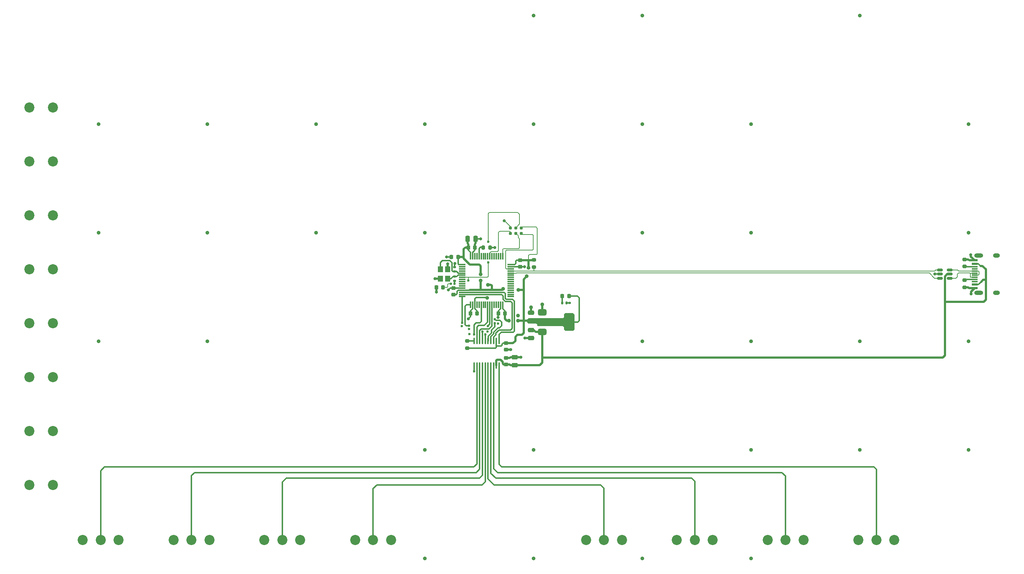
<source format=gbr>
%TF.GenerationSoftware,KiCad,Pcbnew,9.0.1*%
%TF.CreationDate,2025-06-20T14:08:42-04:00*%
%TF.ProjectId,LED-DriverPCB,4c45442d-4472-4697-9665-725043422e6b,rev?*%
%TF.SameCoordinates,Original*%
%TF.FileFunction,Copper,L1,Top*%
%TF.FilePolarity,Positive*%
%FSLAX46Y46*%
G04 Gerber Fmt 4.6, Leading zero omitted, Abs format (unit mm)*
G04 Created by KiCad (PCBNEW 9.0.1) date 2025-06-20 14:08:42*
%MOMM*%
%LPD*%
G01*
G04 APERTURE LIST*
G04 Aperture macros list*
%AMRoundRect*
0 Rectangle with rounded corners*
0 $1 Rounding radius*
0 $2 $3 $4 $5 $6 $7 $8 $9 X,Y pos of 4 corners*
0 Add a 4 corners polygon primitive as box body*
4,1,4,$2,$3,$4,$5,$6,$7,$8,$9,$2,$3,0*
0 Add four circle primitives for the rounded corners*
1,1,$1+$1,$2,$3*
1,1,$1+$1,$4,$5*
1,1,$1+$1,$6,$7*
1,1,$1+$1,$8,$9*
0 Add four rect primitives between the rounded corners*
20,1,$1+$1,$2,$3,$4,$5,0*
20,1,$1+$1,$4,$5,$6,$7,0*
20,1,$1+$1,$6,$7,$8,$9,0*
20,1,$1+$1,$8,$9,$2,$3,0*%
G04 Aperture macros list end*
%TA.AperFunction,SMDPad,CuDef*%
%ADD10RoundRect,0.135000X-0.135000X-0.185000X0.135000X-0.185000X0.135000X0.185000X-0.135000X0.185000X0*%
%TD*%
%TA.AperFunction,SMDPad,CuDef*%
%ADD11RoundRect,0.218750X-0.218750X-0.256250X0.218750X-0.256250X0.218750X0.256250X-0.218750X0.256250X0*%
%TD*%
%TA.AperFunction,ComponentPad*%
%ADD12C,2.362200*%
%TD*%
%TA.AperFunction,SMDPad,CuDef*%
%ADD13RoundRect,0.140000X0.170000X-0.140000X0.170000X0.140000X-0.170000X0.140000X-0.170000X-0.140000X0*%
%TD*%
%TA.AperFunction,SMDPad,CuDef*%
%ADD14RoundRect,0.200000X0.275000X-0.200000X0.275000X0.200000X-0.275000X0.200000X-0.275000X-0.200000X0*%
%TD*%
%TA.AperFunction,SMDPad,CuDef*%
%ADD15RoundRect,0.225000X0.225000X0.250000X-0.225000X0.250000X-0.225000X-0.250000X0.225000X-0.250000X0*%
%TD*%
%TA.AperFunction,SMDPad,CuDef*%
%ADD16RoundRect,0.250000X-0.250000X-0.475000X0.250000X-0.475000X0.250000X0.475000X-0.250000X0.475000X0*%
%TD*%
%TA.AperFunction,SMDPad,CuDef*%
%ADD17RoundRect,0.250000X0.475000X-0.250000X0.475000X0.250000X-0.475000X0.250000X-0.475000X-0.250000X0*%
%TD*%
%TA.AperFunction,SMDPad,CuDef*%
%ADD18RoundRect,0.075000X-0.700000X-0.075000X0.700000X-0.075000X0.700000X0.075000X-0.700000X0.075000X0*%
%TD*%
%TA.AperFunction,SMDPad,CuDef*%
%ADD19RoundRect,0.075000X-0.075000X-0.700000X0.075000X-0.700000X0.075000X0.700000X-0.075000X0.700000X0*%
%TD*%
%TA.AperFunction,SMDPad,CuDef*%
%ADD20RoundRect,0.375000X-0.625000X-0.375000X0.625000X-0.375000X0.625000X0.375000X-0.625000X0.375000X0*%
%TD*%
%TA.AperFunction,SMDPad,CuDef*%
%ADD21RoundRect,0.500000X-0.500000X-1.400000X0.500000X-1.400000X0.500000X1.400000X-0.500000X1.400000X0*%
%TD*%
%TA.AperFunction,ConnectorPad*%
%ADD22C,0.787400*%
%TD*%
%TA.AperFunction,SMDPad,CuDef*%
%ADD23R,1.450000X0.600000*%
%TD*%
%TA.AperFunction,SMDPad,CuDef*%
%ADD24R,1.450000X0.300000*%
%TD*%
%TA.AperFunction,HeatsinkPad*%
%ADD25O,2.100000X1.000000*%
%TD*%
%TA.AperFunction,HeatsinkPad*%
%ADD26O,1.600000X1.000000*%
%TD*%
%TA.AperFunction,SMDPad,CuDef*%
%ADD27RoundRect,0.225000X-0.250000X0.225000X-0.250000X-0.225000X0.250000X-0.225000X0.250000X0.225000X0*%
%TD*%
%TA.AperFunction,SMDPad,CuDef*%
%ADD28RoundRect,0.200000X-0.275000X0.200000X-0.275000X-0.200000X0.275000X-0.200000X0.275000X0.200000X0*%
%TD*%
%TA.AperFunction,SMDPad,CuDef*%
%ADD29RoundRect,0.225000X-0.225000X-0.250000X0.225000X-0.250000X0.225000X0.250000X-0.225000X0.250000X0*%
%TD*%
%TA.AperFunction,SMDPad,CuDef*%
%ADD30RoundRect,0.225000X0.250000X-0.225000X0.250000X0.225000X-0.250000X0.225000X-0.250000X-0.225000X0*%
%TD*%
%TA.AperFunction,SMDPad,CuDef*%
%ADD31RoundRect,0.250000X-0.475000X0.250000X-0.475000X-0.250000X0.475000X-0.250000X0.475000X0.250000X0*%
%TD*%
%TA.AperFunction,SMDPad,CuDef*%
%ADD32R,1.200000X1.400000*%
%TD*%
%TA.AperFunction,SMDPad,CuDef*%
%ADD33RoundRect,0.200000X0.200000X0.275000X-0.200000X0.275000X-0.200000X-0.275000X0.200000X-0.275000X0*%
%TD*%
%TA.AperFunction,SMDPad,CuDef*%
%ADD34RoundRect,0.140000X-0.170000X0.140000X-0.170000X-0.140000X0.170000X-0.140000X0.170000X0.140000X0*%
%TD*%
%TA.AperFunction,SMDPad,CuDef*%
%ADD35RoundRect,0.100000X-0.100000X0.637500X-0.100000X-0.637500X0.100000X-0.637500X0.100000X0.637500X0*%
%TD*%
%TA.AperFunction,SMDPad,CuDef*%
%ADD36RoundRect,0.150000X-0.512500X-0.150000X0.512500X-0.150000X0.512500X0.150000X-0.512500X0.150000X0*%
%TD*%
%TA.AperFunction,ViaPad*%
%ADD37C,0.600000*%
%TD*%
%TA.AperFunction,ViaPad*%
%ADD38C,0.900000*%
%TD*%
%TA.AperFunction,ViaPad*%
%ADD39C,0.700000*%
%TD*%
%TA.AperFunction,Conductor*%
%ADD40C,0.300000*%
%TD*%
%TA.AperFunction,Conductor*%
%ADD41C,0.500000*%
%TD*%
%TA.AperFunction,Conductor*%
%ADD42C,0.190000*%
%TD*%
%TA.AperFunction,Conductor*%
%ADD43C,0.200000*%
%TD*%
G04 APERTURE END LIST*
D10*
%TO.P,R6,1*%
%TO.N,Net-(D1-K)*%
X245669000Y-144709000D03*
%TO.P,R6,2*%
%TO.N,GND*%
X246689000Y-144709000D03*
%TD*%
D11*
%TO.P,D1,1,K*%
%TO.N,Net-(D1-K)*%
X245691500Y-143109000D03*
%TO.P,D1,2,A*%
%TO.N,+3.3V*%
X247266500Y-143109000D03*
%TD*%
D12*
%TO.P,J16,1,Pin_1*%
%TO.N,GND*%
X121250000Y-149459100D03*
%TO.P,J16,2,Pin_2*%
%TO.N,/STR5_PWR*%
X126749999Y-149459100D03*
%TD*%
%TO.P,J3,1,Pin_1*%
%TO.N,/STR3_PWR*%
X280856599Y-200140900D03*
%TO.P,J3,2,Pin_2*%
%TO.N,/STR3_DATA*%
X276656600Y-200140900D03*
%TO.P,J3,3,Pin_3*%
%TO.N,GND*%
X272456601Y-200140900D03*
%TD*%
D13*
%TO.P,C1,1*%
%TO.N,/HSE_IN*%
X220579000Y-137341000D03*
%TO.P,C1,2*%
%TO.N,GND*%
X220579000Y-136381000D03*
%TD*%
D14*
%TO.P,R4,1*%
%TO.N,+3.3V*%
X223504000Y-155278500D03*
%TO.P,R4,2*%
%TO.N,/SHIFTER_OE*%
X223504000Y-153628500D03*
%TD*%
D15*
%TO.P,C5,1*%
%TO.N,+3.3V*%
X221354000Y-133941000D03*
%TO.P,C5,2*%
%TO.N,GND*%
X219804000Y-133941000D03*
%TD*%
D16*
%TO.P,C9,1*%
%TO.N,+3.3V*%
X223579000Y-129741000D03*
%TO.P,C9,2*%
%TO.N,GND*%
X225479000Y-129741000D03*
%TD*%
D17*
%TO.P,C12,1*%
%TO.N,+3.3V*%
X238379000Y-148891000D03*
%TO.P,C12,2*%
%TO.N,GND*%
X238379000Y-146991000D03*
%TD*%
D18*
%TO.P,U1,1,VBAT*%
%TO.N,+3.3V*%
X222354000Y-135741000D03*
%TO.P,U1,2,PC13*%
%TO.N,unconnected-(U1-PC13-Pad2)*%
X222354000Y-136241000D03*
%TO.P,U1,3,PC14*%
%TO.N,unconnected-(U1-PC14-Pad3)*%
X222354000Y-136741000D03*
%TO.P,U1,4,PC15*%
%TO.N,unconnected-(U1-PC15-Pad4)*%
X222354000Y-137241000D03*
%TO.P,U1,5,PD0*%
%TO.N,/HSE_IN*%
X222354000Y-137741000D03*
%TO.P,U1,6,PD1*%
%TO.N,/HSE_OUT*%
X222354000Y-138241000D03*
%TO.P,U1,7,NRST*%
%TO.N,/SWD_NRST*%
X222354000Y-138741000D03*
%TO.P,U1,8,PC0*%
%TO.N,unconnected-(U1-PC0-Pad8)*%
X222354000Y-139241000D03*
%TO.P,U1,9,PC1*%
%TO.N,unconnected-(U1-PC1-Pad9)*%
X222354000Y-139741000D03*
%TO.P,U1,10,PC2*%
%TO.N,unconnected-(U1-PC2-Pad10)*%
X222354000Y-140241000D03*
%TO.P,U1,11,PC3*%
%TO.N,unconnected-(U1-PC3-Pad11)*%
X222354000Y-140741000D03*
%TO.P,U1,12,VSSA*%
%TO.N,GND*%
X222354000Y-141241000D03*
%TO.P,U1,13,VDDA*%
%TO.N,+3.3V*%
X222354000Y-141741000D03*
%TO.P,U1,14,PA0*%
%TO.N,/PWM_TIM5_CH1*%
X222354000Y-142241000D03*
%TO.P,U1,15,PA1*%
%TO.N,/PWM_TIM5_CH2*%
X222354000Y-142741000D03*
%TO.P,U1,16,PA2*%
%TO.N,/PWM_TIM5_CH3*%
X222354000Y-143241000D03*
D19*
%TO.P,U1,17,PA3*%
%TO.N,/PWM_TIM5_CH4*%
X224279000Y-145166000D03*
%TO.P,U1,18,VSS*%
%TO.N,GND*%
X224779000Y-145166000D03*
%TO.P,U1,19,VDD*%
%TO.N,+3.3V*%
X225279000Y-145166000D03*
%TO.P,U1,20,PA4*%
%TO.N,unconnected-(U1-PA4-Pad20)*%
X225779000Y-145166000D03*
%TO.P,U1,21,PA5*%
%TO.N,unconnected-(U1-PA5-Pad21)*%
X226279000Y-145166000D03*
%TO.P,U1,22,PA6*%
%TO.N,/PWM_TIM3_CH1*%
X226779000Y-145166000D03*
%TO.P,U1,23,PA7*%
%TO.N,unconnected-(U1-PA7-Pad23)*%
X227279000Y-145166000D03*
%TO.P,U1,24,PC4*%
%TO.N,unconnected-(U1-PC4-Pad24)*%
X227779000Y-145166000D03*
%TO.P,U1,25,PC5*%
%TO.N,/PWM_TIM8_CH1*%
X228279000Y-145166000D03*
%TO.P,U1,26,PB0*%
%TO.N,/PWM_TIM3_CH3*%
X228779000Y-145166000D03*
%TO.P,U1,27,PB1*%
%TO.N,/PWM_TIM3_CH4*%
X229279000Y-145166000D03*
%TO.P,U1,28,PB2*%
%TO.N,unconnected-(U1-PB2-Pad28)*%
X229779000Y-145166000D03*
%TO.P,U1,29,PB10*%
%TO.N,unconnected-(U1-PB10-Pad29)*%
X230279000Y-145166000D03*
%TO.P,U1,30,PB11*%
%TO.N,unconnected-(U1-PB11-Pad30)*%
X230779000Y-145166000D03*
%TO.P,U1,31,VSS*%
%TO.N,GND*%
X231279000Y-145166000D03*
%TO.P,U1,32,VDD*%
%TO.N,+3.3V*%
X231779000Y-145166000D03*
D18*
%TO.P,U1,33,PB12*%
%TO.N,unconnected-(U1-PB12-Pad33)*%
X233704000Y-143241000D03*
%TO.P,U1,34,PB13*%
%TO.N,unconnected-(U1-PB13-Pad34)*%
X233704000Y-142741000D03*
%TO.P,U1,35,PB14*%
%TO.N,unconnected-(U1-PB14-Pad35)*%
X233704000Y-142241000D03*
%TO.P,U1,36,PB15*%
%TO.N,unconnected-(U1-PB15-Pad36)*%
X233704000Y-141741000D03*
%TO.P,U1,37,PC6*%
%TO.N,unconnected-(U1-PC6-Pad37)*%
X233704000Y-141241000D03*
%TO.P,U1,38,PC7*%
%TO.N,unconnected-(U1-PC7-Pad38)*%
X233704000Y-140741000D03*
%TO.P,U1,39,PC8*%
%TO.N,unconnected-(U1-PC8-Pad39)*%
X233704000Y-140241000D03*
%TO.P,U1,40,PC9*%
%TO.N,unconnected-(U1-PC9-Pad40)*%
X233704000Y-139741000D03*
%TO.P,U1,41,PA8*%
%TO.N,unconnected-(U1-PA8-Pad41)*%
X233704000Y-139241000D03*
%TO.P,U1,42,PA9*%
%TO.N,unconnected-(U1-PA9-Pad42)*%
X233704000Y-138741000D03*
%TO.P,U1,43,PA10*%
%TO.N,unconnected-(U1-PA10-Pad43)*%
X233704000Y-138241000D03*
%TO.P,U1,44,PA11*%
%TO.N,/USB_STM_D-*%
X233704000Y-137741000D03*
%TO.P,U1,45,PA12*%
%TO.N,/USB_STM_D+*%
X233704000Y-137241000D03*
%TO.P,U1,46,PA13*%
%TO.N,/SWD_DIO*%
X233704000Y-136741000D03*
%TO.P,U1,47,VSS*%
%TO.N,GND*%
X233704000Y-136241000D03*
%TO.P,U1,48,VDD*%
%TO.N,+3.3V*%
X233704000Y-135741000D03*
D19*
%TO.P,U1,49,PA14*%
%TO.N,/SWD_CLK*%
X231779000Y-133816000D03*
%TO.P,U1,50,PA15*%
%TO.N,unconnected-(U1-PA15-Pad50)*%
X231279000Y-133816000D03*
%TO.P,U1,51,PC10*%
%TO.N,unconnected-(U1-PC10-Pad51)*%
X230779000Y-133816000D03*
%TO.P,U1,52,PC11*%
%TO.N,unconnected-(U1-PC11-Pad52)*%
X230279000Y-133816000D03*
%TO.P,U1,53,PC12*%
%TO.N,unconnected-(U1-PC12-Pad53)*%
X229779000Y-133816000D03*
%TO.P,U1,54,PD2*%
%TO.N,unconnected-(U1-PD2-Pad54)*%
X229279000Y-133816000D03*
%TO.P,U1,55,PB3*%
%TO.N,/SWD_SWO*%
X228779000Y-133816000D03*
%TO.P,U1,56,PB4*%
%TO.N,unconnected-(U1-PB4-Pad56)*%
X228279000Y-133816000D03*
%TO.P,U1,57,PB5*%
%TO.N,unconnected-(U1-PB5-Pad57)*%
X227779000Y-133816000D03*
%TO.P,U1,58,PB6*%
%TO.N,unconnected-(U1-PB6-Pad58)*%
X227279000Y-133816000D03*
%TO.P,U1,59,PB7*%
%TO.N,unconnected-(U1-PB7-Pad59)*%
X226779000Y-133816000D03*
%TO.P,U1,60,BOOT0*%
%TO.N,/BOOT*%
X226279000Y-133816000D03*
%TO.P,U1,61,PB8*%
%TO.N,unconnected-(U1-PB8-Pad61)*%
X225779000Y-133816000D03*
%TO.P,U1,62,PB9*%
%TO.N,unconnected-(U1-PB9-Pad62)*%
X225279000Y-133816000D03*
%TO.P,U1,63,VSS*%
%TO.N,GND*%
X224779000Y-133816000D03*
%TO.P,U1,64,VDD*%
%TO.N,+3.3V*%
X224279000Y-133816000D03*
%TD*%
D20*
%TO.P,U3,1,GND*%
%TO.N,GND*%
X241029000Y-146891000D03*
%TO.P,U3,2,VO*%
%TO.N,+3.3V*%
X241029000Y-149191000D03*
D21*
X247329000Y-149191000D03*
D20*
%TO.P,U3,3,VI*%
%TO.N,VBUS*%
X241029000Y-151491000D03*
%TD*%
D22*
%TO.P,J20,1,VCC*%
%TO.N,+3.3V*%
X236109000Y-127166000D03*
%TO.P,J20,2,SWDIO*%
%TO.N,/SWD_DIO*%
X236109000Y-128436000D03*
%TO.P,J20,3,~{RESET}*%
%TO.N,/SWD_NRST*%
X234839000Y-127166000D03*
%TO.P,J20,4,SWCLK*%
%TO.N,/SWD_CLK*%
X234839000Y-128436000D03*
%TO.P,J20,5,GND*%
%TO.N,GND*%
X233569000Y-127166000D03*
%TO.P,J20,6,SWO*%
%TO.N,/SWD_SWO*%
X233569000Y-128436000D03*
%TD*%
D23*
%TO.P,J9,A1,GND*%
%TO.N,GND*%
X342015251Y-141241000D03*
%TO.P,J9,A4,VBUS*%
%TO.N,VBUS*%
X342015251Y-140441000D03*
D24*
%TO.P,J9,A5,CC1*%
%TO.N,/USB_CC1*%
X342015251Y-139241000D03*
%TO.P,J9,A6,D+*%
%TO.N,/USB_CON_D+*%
X342015251Y-138241000D03*
%TO.P,J9,A7,D-*%
%TO.N,/USB_CON_D-*%
X342015251Y-137741000D03*
%TO.P,J9,A8,SBU1*%
%TO.N,unconnected-(J9-SBU1-PadA8)*%
X342015251Y-136741000D03*
D23*
%TO.P,J9,A9,VBUS*%
%TO.N,VBUS*%
X342015251Y-135541000D03*
%TO.P,J9,A12,GND*%
%TO.N,GND*%
X342015251Y-134741000D03*
%TO.P,J9,B1,GND*%
X342015251Y-134741000D03*
%TO.P,J9,B4,VBUS*%
%TO.N,VBUS*%
X342015251Y-135541000D03*
D24*
%TO.P,J9,B5,CC2*%
%TO.N,/USB_CC2*%
X342015251Y-136241000D03*
%TO.P,J9,B6,D+*%
%TO.N,/USB_CON_D+*%
X342015251Y-137241000D03*
%TO.P,J9,B7,D-*%
%TO.N,/USB_CON_D-*%
X342015251Y-138741000D03*
%TO.P,J9,B8,SBU2*%
%TO.N,unconnected-(J9-SBU2-PadB8)*%
X342015251Y-139741000D03*
D23*
%TO.P,J9,B9,VBUS*%
%TO.N,VBUS*%
X342015251Y-140441000D03*
%TO.P,J9,B12,GND*%
%TO.N,GND*%
X342015251Y-141241000D03*
D25*
%TO.P,J9,S1,SHIELD*%
X342930251Y-142311000D03*
D26*
X347110251Y-142311000D03*
D25*
X342930251Y-133671000D03*
D26*
X347110251Y-133671000D03*
%TD*%
D27*
%TO.P,C13,1*%
%TO.N,+3.3V*%
X232529000Y-154116000D03*
%TO.P,C13,2*%
%TO.N,GND*%
X232529000Y-155666000D03*
%TD*%
D28*
%TO.P,R3,1*%
%TO.N,GND*%
X339710251Y-134526000D03*
%TO.P,R3,2*%
%TO.N,/USB_CC2*%
X339710251Y-136176000D03*
%TD*%
D12*
%TO.P,J6,1,Pin_1*%
%TO.N,/STR6_PWR*%
X184518099Y-200140900D03*
%TO.P,J6,2,Pin_2*%
%TO.N,/STR6_DATA*%
X180318100Y-200140900D03*
%TO.P,J6,3,Pin_3*%
%TO.N,GND*%
X176118101Y-200140900D03*
%TD*%
D29*
%TO.P,C7,1*%
%TO.N,+3.3V*%
X223754000Y-131741000D03*
%TO.P,C7,2*%
%TO.N,GND*%
X225304000Y-131741000D03*
%TD*%
D12*
%TO.P,J18,1,Pin_1*%
%TO.N,GND*%
X121250000Y-174695500D03*
%TO.P,J18,2,Pin_2*%
%TO.N,/STR7_PWR*%
X126749999Y-174695500D03*
%TD*%
D27*
%TO.P,C6,1*%
%TO.N,+3.3V*%
X235829000Y-134716000D03*
%TO.P,C6,2*%
%TO.N,GND*%
X235829000Y-136266000D03*
%TD*%
D30*
%TO.P,C8,1*%
%TO.N,+3.3V*%
X220279000Y-142766000D03*
%TO.P,C8,2*%
%TO.N,GND*%
X220279000Y-141216000D03*
%TD*%
D31*
%TO.P,C11,1*%
%TO.N,VBUS*%
X238379000Y-151041000D03*
%TO.P,C11,2*%
%TO.N,GND*%
X238379000Y-152941000D03*
%TD*%
D32*
%TO.P,X1,1,1*%
%TO.N,/HSE_IN*%
X217229000Y-136841000D03*
%TO.P,X1,2,2*%
%TO.N,GND*%
X217229000Y-139041000D03*
%TO.P,X1,3,3*%
%TO.N,/HSE_OUT*%
X218929000Y-139041000D03*
%TO.P,X1,4,4*%
%TO.N,GND*%
X218929000Y-136841000D03*
%TD*%
D12*
%TO.P,J2,1,Pin_1*%
%TO.N,/STR2_PWR*%
X302067599Y-200140900D03*
%TO.P,J2,2,Pin_2*%
%TO.N,/STR2_DATA*%
X297867600Y-200140900D03*
%TO.P,J2,3,Pin_3*%
%TO.N,GND*%
X293667601Y-200140900D03*
%TD*%
D15*
%TO.P,C10,1*%
%TO.N,/SWD_NRST*%
X217854000Y-141041000D03*
%TO.P,C10,2*%
%TO.N,GND*%
X216304000Y-141041000D03*
%TD*%
D33*
%TO.P,R1,1*%
%TO.N,GND*%
X228854000Y-131741000D03*
%TO.P,R1,2*%
%TO.N,/BOOT*%
X227204000Y-131741000D03*
%TD*%
D30*
%TO.P,C14,1*%
%TO.N,VBUS*%
X232529000Y-159116000D03*
%TO.P,C14,2*%
%TO.N,GND*%
X232529000Y-157566000D03*
%TD*%
D12*
%TO.P,J7,1,Pin_1*%
%TO.N,/STR7_PWR*%
X163307099Y-200140900D03*
%TO.P,J7,2,Pin_2*%
%TO.N,/STR7_DATA*%
X159107100Y-200140900D03*
%TO.P,J7,3,Pin_3*%
%TO.N,GND*%
X154907101Y-200140900D03*
%TD*%
%TO.P,J17,1,Pin_1*%
%TO.N,GND*%
X121250000Y-162077100D03*
%TO.P,J17,2,Pin_2*%
%TO.N,/STR6_PWR*%
X126749999Y-162077100D03*
%TD*%
%TO.P,J15,1,Pin_1*%
%TO.N,GND*%
X121250000Y-136841100D03*
%TO.P,J15,2,Pin_2*%
%TO.N,/STR4_PWR*%
X126749999Y-136841100D03*
%TD*%
%TO.P,J8,1,Pin_1*%
%TO.N,/STR8_PWR*%
X142096099Y-200140900D03*
%TO.P,J8,2,Pin_2*%
%TO.N,/STR8_DATA*%
X137896100Y-200140900D03*
%TO.P,J8,3,Pin_3*%
%TO.N,GND*%
X133696101Y-200140900D03*
%TD*%
D15*
%TO.P,C3,1*%
%TO.N,+3.3V*%
X232304000Y-147191000D03*
%TO.P,C3,2*%
%TO.N,GND*%
X230754000Y-147191000D03*
%TD*%
D14*
%TO.P,R2,1*%
%TO.N,GND*%
X339710251Y-141051000D03*
%TO.P,R2,2*%
%TO.N,/USB_CC1*%
X339710251Y-139401000D03*
%TD*%
D34*
%TO.P,C2,1*%
%TO.N,/HSE_OUT*%
X220579000Y-138561000D03*
%TO.P,C2,2*%
%TO.N,GND*%
X220579000Y-139521000D03*
%TD*%
D35*
%TO.P,U2,1,A1*%
%TO.N,/PWM_TIM5_CH1*%
X230954000Y-153628500D03*
%TO.P,U2,2,V_{CCA}*%
%TO.N,+3.3V*%
X230304000Y-153628500D03*
%TO.P,U2,3,A2*%
%TO.N,/PWM_TIM5_CH2*%
X229654000Y-153628500D03*
%TO.P,U2,4,A3*%
%TO.N,/PWM_TIM5_CH3*%
X229004000Y-153628500D03*
%TO.P,U2,5,A4*%
%TO.N,/PWM_TIM5_CH4*%
X228354000Y-153628500D03*
%TO.P,U2,6,A5*%
%TO.N,/PWM_TIM3_CH1*%
X227704000Y-153628500D03*
%TO.P,U2,7,A6*%
%TO.N,/PWM_TIM3_CH3*%
X227054000Y-153628500D03*
%TO.P,U2,8,A7*%
%TO.N,/PWM_TIM3_CH4*%
X226404000Y-153628500D03*
%TO.P,U2,9,A8*%
%TO.N,/PWM_TIM8_CH1*%
X225754000Y-153628500D03*
%TO.P,U2,10,OE*%
%TO.N,/SHIFTER_OE*%
X225104000Y-153628500D03*
%TO.P,U2,11,GND*%
%TO.N,GND*%
X225104000Y-159353500D03*
%TO.P,U2,12,B8*%
%TO.N,/STR8_DATA*%
X225754000Y-159353500D03*
%TO.P,U2,13,B7*%
%TO.N,/STR7_DATA*%
X226404000Y-159353500D03*
%TO.P,U2,14,B6*%
%TO.N,/STR6_DATA*%
X227054000Y-159353500D03*
%TO.P,U2,15,B5*%
%TO.N,/STR5_DATA*%
X227704000Y-159353500D03*
%TO.P,U2,16,B4*%
%TO.N,/STR4_DATA*%
X228354000Y-159353500D03*
%TO.P,U2,17,B3*%
%TO.N,/STR3_DATA*%
X229004000Y-159353500D03*
%TO.P,U2,18,B2*%
%TO.N,/STR2_DATA*%
X229654000Y-159353500D03*
%TO.P,U2,19,V_{CCB}*%
%TO.N,VBUS*%
X230304000Y-159353500D03*
%TO.P,U2,20,B1*%
%TO.N,/STR1_DATA*%
X230954000Y-159353500D03*
%TD*%
D36*
%TO.P,U4,1,I/O1*%
%TO.N,/USB_STM_D+*%
X333922751Y-137041000D03*
%TO.P,U4,2,GND*%
%TO.N,GND*%
X333922751Y-137991000D03*
%TO.P,U4,3,I/O2*%
%TO.N,/USB_STM_D-*%
X333922751Y-138941000D03*
%TO.P,U4,4,I/O2*%
%TO.N,/USB_CON_D-*%
X336197751Y-138941000D03*
%TO.P,U4,5,VBUS*%
%TO.N,VBUS*%
X336197751Y-137991000D03*
%TO.P,U4,6,I/O1*%
%TO.N,/USB_CON_D+*%
X336197751Y-137041000D03*
%TD*%
D17*
%TO.P,C15,1*%
%TO.N,VBUS*%
X234629000Y-159291000D03*
%TO.P,C15,2*%
%TO.N,GND*%
X234629000Y-157391000D03*
%TD*%
D12*
%TO.P,J19,1,Pin_1*%
%TO.N,GND*%
X121250000Y-187313500D03*
%TO.P,J19,2,Pin_2*%
%TO.N,/STR8_PWR*%
X126749999Y-187313500D03*
%TD*%
%TO.P,J4,1,Pin_1*%
%TO.N,/STR4_PWR*%
X259645599Y-200140900D03*
%TO.P,J4,2,Pin_2*%
%TO.N,/STR4_DATA*%
X255445600Y-200140900D03*
%TO.P,J4,3,Pin_3*%
%TO.N,GND*%
X251245601Y-200140900D03*
%TD*%
%TO.P,J12,1,Pin_1*%
%TO.N,GND*%
X121250000Y-98986500D03*
%TO.P,J12,2,Pin_2*%
%TO.N,/STR1_PWR*%
X126749999Y-98986500D03*
%TD*%
%TO.P,J13,1,Pin_1*%
%TO.N,GND*%
X121250000Y-111604500D03*
%TO.P,J13,2,Pin_2*%
%TO.N,/STR2_PWR*%
X126749999Y-111604500D03*
%TD*%
D15*
%TO.P,C4,1*%
%TO.N,+3.3V*%
X225804000Y-147191000D03*
%TO.P,C4,2*%
%TO.N,GND*%
X224254000Y-147191000D03*
%TD*%
D12*
%TO.P,J14,1,Pin_1*%
%TO.N,GND*%
X121250000Y-124223100D03*
%TO.P,J14,2,Pin_2*%
%TO.N,/STR3_PWR*%
X126749999Y-124223100D03*
%TD*%
%TO.P,J1,1,Pin_1*%
%TO.N,/STR1_PWR*%
X323278599Y-200140900D03*
%TO.P,J1,2,Pin_2*%
%TO.N,/STR1_DATA*%
X319078600Y-200140900D03*
%TO.P,J1,3,Pin_3*%
%TO.N,GND*%
X314878601Y-200140900D03*
%TD*%
%TO.P,J5,1,Pin_1*%
%TO.N,/STR5_PWR*%
X205729099Y-200140900D03*
%TO.P,J5,2,Pin_2*%
%TO.N,/STR5_DATA*%
X201529100Y-200140900D03*
%TO.P,J5,3,Pin_3*%
%TO.N,GND*%
X197329101Y-200140900D03*
%TD*%
D28*
%TO.P,R5,1*%
%TO.N,+3.3V*%
X239079000Y-134666000D03*
%TO.P,R5,2*%
%TO.N,/USB_STM_D+*%
X239079000Y-136316000D03*
%TD*%
D37*
%TO.N,GND*%
X247479000Y-144709000D03*
D38*
X315229000Y-153691000D03*
D37*
X222279000Y-150141000D03*
D39*
X223779000Y-148441000D03*
X236979000Y-152941000D03*
D38*
X340629000Y-102891000D03*
D39*
X218679000Y-133941000D03*
D38*
X162829000Y-102891000D03*
X289829000Y-128291000D03*
X289829000Y-153691000D03*
D37*
X224029000Y-152041000D03*
D38*
X137429000Y-102891000D03*
X188229000Y-102891000D03*
D39*
X216279000Y-142191000D03*
X219129000Y-141641000D03*
X332710251Y-137991000D03*
X226629000Y-129741000D03*
D38*
X213629000Y-204491000D03*
X137429000Y-153691000D03*
X239029000Y-179091000D03*
X162829000Y-153691000D03*
D39*
X229979000Y-131741000D03*
D38*
X238379000Y-145741000D03*
X188229000Y-128291000D03*
D37*
X223929000Y-150841000D03*
D38*
X239029000Y-77491000D03*
X289829000Y-179091000D03*
X289829000Y-102891000D03*
D39*
X236858855Y-136273464D03*
D38*
X213629000Y-128291000D03*
X137429000Y-128291000D03*
X213629000Y-102891000D03*
D39*
X215979000Y-139041000D03*
D38*
X340629000Y-153691000D03*
D37*
X230728384Y-149522377D03*
X220529000Y-140241000D03*
D39*
X233629000Y-155641000D03*
D37*
X228279000Y-151441000D03*
D38*
X162829000Y-128291000D03*
D39*
X236079000Y-157391000D03*
D37*
X225079000Y-160741000D03*
D38*
X264429000Y-204491000D03*
X340629000Y-128291000D03*
D39*
X341160251Y-142591000D03*
D38*
X239029000Y-102891000D03*
X264429000Y-128291000D03*
D39*
X220654000Y-135489714D03*
D38*
X264429000Y-102891000D03*
X340629000Y-179091000D03*
X239029000Y-204491000D03*
X315229000Y-77491000D03*
X315229000Y-179091000D03*
X241029000Y-145041000D03*
X264429000Y-153691000D03*
X235329000Y-147691000D03*
D39*
X218929000Y-135541000D03*
D38*
X213629000Y-179091000D03*
D39*
X232179000Y-125491000D03*
X230729000Y-148091000D03*
D38*
X289829000Y-204491000D03*
D39*
X341110251Y-133491000D03*
D37*
%TO.N,/SWD_NRST*%
X223779000Y-139441000D03*
X228429000Y-130391000D03*
X228379000Y-135241000D03*
X219728997Y-140241000D03*
D38*
%TO.N,+3.3V*%
X231922870Y-141441000D03*
X226629000Y-137996000D03*
X233229000Y-148891000D03*
X237829000Y-136516000D03*
X235329000Y-148891000D03*
X235429000Y-141691000D03*
X226629000Y-139491000D03*
X228129000Y-143542000D03*
X228329000Y-140491000D03*
X237429000Y-138491000D03*
D37*
%TO.N,/PWM_TIM5_CH3*%
X229929000Y-148541000D03*
X222358603Y-149344967D03*
%TO.N,/PWM_TIM3_CH1*%
X225104000Y-152091000D03*
X227729000Y-152091000D03*
%TO.N,/PWM_TIM5_CH4*%
X223929000Y-150040997D03*
X229929000Y-149491000D03*
%TO.N,/PWM_TIM3_CH3*%
X228298238Y-150141001D03*
X227088620Y-151441000D03*
D38*
%TO.N,GND*%
X264429000Y-77491000D03*
%TD*%
D40*
%TO.N,Net-(D1-K)*%
X245691500Y-143109000D02*
X245691500Y-144686500D01*
X245691500Y-144686500D02*
X245669000Y-144709000D01*
%TO.N,GND*%
X246689000Y-144709000D02*
X247479000Y-144709000D01*
%TO.N,+3.3V*%
X247329000Y-149191000D02*
X249297000Y-149191000D01*
X249297000Y-149191000D02*
X249629000Y-148859000D01*
X249629000Y-143509000D02*
X249229000Y-143109000D01*
X249629000Y-148859000D02*
X249629000Y-143509000D01*
X249229000Y-143109000D02*
X247266500Y-143109000D01*
D41*
%TO.N,GND*%
X340520251Y-141051000D02*
X339710251Y-141051000D01*
X238379000Y-146991000D02*
X238379000Y-145741000D01*
D40*
X228854000Y-131741000D02*
X229979000Y-131741000D01*
X236851391Y-136266000D02*
X236858855Y-136273464D01*
X224254000Y-147966000D02*
X223779000Y-148441000D01*
D41*
X216304000Y-141041000D02*
X216304000Y-142166000D01*
D40*
X222354000Y-141241000D02*
X220304000Y-141241000D01*
D41*
X225304000Y-131591000D02*
X225304000Y-130966000D01*
X218979000Y-135591000D02*
X218929000Y-135641000D01*
X342015251Y-134741000D02*
X342010251Y-134741000D01*
X218979000Y-135541000D02*
X218979000Y-135591000D01*
X234629000Y-157391000D02*
X236079000Y-157391000D01*
X225479000Y-130791000D02*
X225479000Y-129591000D01*
D40*
X225104000Y-159353500D02*
X225104000Y-160716000D01*
X219554000Y-141216000D02*
X219129000Y-141641000D01*
X235829000Y-136266000D02*
X236851391Y-136266000D01*
X231279000Y-145166000D02*
X231279000Y-146091000D01*
X224254000Y-147191000D02*
X224254000Y-147966000D01*
X224779000Y-133816000D02*
X224779000Y-132891000D01*
D42*
X233569000Y-126831000D02*
X232229000Y-125491000D01*
D40*
X230754000Y-147449921D02*
X230754000Y-147191000D01*
D41*
X241029000Y-146891000D02*
X241029000Y-145041000D01*
X232529000Y-155666000D02*
X233604000Y-155666000D01*
D40*
X233704000Y-136241000D02*
X235804000Y-136241000D01*
D41*
X342010251Y-134741000D02*
X341210251Y-133941000D01*
X341160251Y-142591000D02*
X341160251Y-142091000D01*
X218929000Y-135641000D02*
X218929000Y-136841000D01*
D40*
X230729000Y-148091000D02*
X230729000Y-147474921D01*
X220579000Y-135564714D02*
X220654000Y-135489714D01*
D41*
X342015251Y-141241000D02*
X340710251Y-141241000D01*
D40*
X225479000Y-129741000D02*
X226629000Y-129741000D01*
X220579000Y-139521000D02*
X220579000Y-140191000D01*
D41*
X341110251Y-133841000D02*
X341110251Y-133491000D01*
D40*
X333922751Y-137991000D02*
X332710251Y-137991000D01*
X220579000Y-140191000D02*
X220529000Y-140241000D01*
X230754000Y-146616000D02*
X230754000Y-147191000D01*
D41*
X238379000Y-152941000D02*
X236979000Y-152941000D01*
D40*
X224779000Y-146093267D02*
X224779000Y-145166000D01*
D41*
X340545251Y-134526000D02*
X340760251Y-134741000D01*
X233629000Y-157391000D02*
X233454000Y-157566000D01*
X234629000Y-157391000D02*
X233629000Y-157391000D01*
X342010251Y-141241000D02*
X342015251Y-141241000D01*
X340710251Y-141241000D02*
X340520251Y-141051000D01*
D40*
X235804000Y-136241000D02*
X235829000Y-136266000D01*
X224779000Y-132916000D02*
X224779000Y-133816000D01*
D42*
X233569000Y-127166000D02*
X233569000Y-126831000D01*
D41*
X341210251Y-133941000D02*
X341110251Y-133841000D01*
D40*
X219804000Y-133941000D02*
X218679000Y-133941000D01*
D41*
X341160251Y-142091000D02*
X342010251Y-141241000D01*
X233604000Y-155666000D02*
X233629000Y-155641000D01*
X216304000Y-142166000D02*
X216279000Y-142191000D01*
D40*
X224254000Y-147191000D02*
X224254000Y-146618267D01*
D41*
X233454000Y-157566000D02*
X232529000Y-157566000D01*
D40*
X225104000Y-160716000D02*
X225079000Y-160741000D01*
X230729000Y-147474921D02*
X230754000Y-147449921D01*
X224254000Y-146618267D02*
X224779000Y-146093267D01*
D41*
X339710251Y-134526000D02*
X340545251Y-134526000D01*
D40*
X225304000Y-132391000D02*
X225304000Y-131741000D01*
X220279000Y-141216000D02*
X219554000Y-141216000D01*
D41*
X217229000Y-139041000D02*
X215979000Y-139041000D01*
D42*
X232229000Y-125491000D02*
X232179000Y-125491000D01*
D40*
X220579000Y-136381000D02*
X220579000Y-135564714D01*
X225304000Y-132391000D02*
X224779000Y-132916000D01*
X231279000Y-146091000D02*
X230754000Y-146616000D01*
D41*
X340760251Y-134741000D02*
X342015251Y-134741000D01*
X225304000Y-130966000D02*
X225479000Y-130791000D01*
D42*
%TO.N,/SWD_NRST*%
X228679000Y-123591000D02*
X228429000Y-123841000D01*
X235379000Y-123591000D02*
X228679000Y-123591000D01*
X218929000Y-140391000D02*
X219079000Y-140241000D01*
X228379000Y-138541000D02*
X228179000Y-138741000D01*
X217854000Y-141041000D02*
X218829000Y-141041000D01*
X223779000Y-139441000D02*
X223779000Y-138741000D01*
X228379000Y-135241000D02*
X228379000Y-138541000D01*
X234839000Y-127166000D02*
X235737450Y-126267550D01*
X228179000Y-138741000D02*
X223779000Y-138741000D01*
X223779000Y-138741000D02*
X222354000Y-138741000D01*
X218929000Y-140941000D02*
X218929000Y-140391000D01*
X219079000Y-140241000D02*
X219728997Y-140241000D01*
X228429000Y-123841000D02*
X228429000Y-124591000D01*
X235737450Y-126267550D02*
X235737450Y-123949450D01*
X218829000Y-141041000D02*
X218929000Y-140941000D01*
X235479000Y-123691000D02*
X235379000Y-123591000D01*
X235737450Y-123949450D02*
X235479000Y-123691000D01*
X228429000Y-124591000D02*
X228429000Y-130391000D01*
%TO.N,/SWD_SWO*%
X229102248Y-132691000D02*
X230579000Y-132691000D01*
X233429000Y-127941000D02*
X233569000Y-128081000D01*
X230579000Y-132691000D02*
X230829000Y-132441000D01*
X233569000Y-128081000D02*
X233569000Y-128436000D01*
X230829000Y-128241000D02*
X231129000Y-127941000D01*
X228779000Y-133014248D02*
X229102248Y-132691000D01*
X228779000Y-133816000D02*
X228779000Y-133014248D01*
X230829000Y-132441000D02*
X230829000Y-128241000D01*
X231129000Y-127941000D02*
X233429000Y-127941000D01*
D40*
%TO.N,+3.3V*%
X225279000Y-145166000D02*
X225279000Y-143741000D01*
X230304000Y-155116000D02*
X230304000Y-154666000D01*
X234829000Y-135491000D02*
X234829000Y-134941000D01*
D41*
X231723870Y-141640000D02*
X229229000Y-141640000D01*
D40*
X225279000Y-146091000D02*
X225279000Y-145166000D01*
X225804000Y-147191000D02*
X225804000Y-146616000D01*
D41*
X223079000Y-131741000D02*
X223754000Y-131741000D01*
X226629000Y-136091000D02*
X226329000Y-135791000D01*
D42*
X239879000Y-127241000D02*
X239879000Y-133241000D01*
D40*
X223754000Y-131741000D02*
X223754000Y-132366000D01*
D41*
X235229000Y-152191000D02*
X234729000Y-152691000D01*
D42*
X236315300Y-126959700D02*
X239597700Y-126959700D01*
D40*
X231629000Y-154341000D02*
X231854000Y-154116000D01*
D41*
X236729000Y-142391000D02*
X236729000Y-141691000D01*
D40*
X221354000Y-135616000D02*
X221354000Y-133941000D01*
X233704000Y-135741000D02*
X234579000Y-135741000D01*
X231779000Y-146091000D02*
X232304000Y-146616000D01*
X225429000Y-143591000D02*
X225529000Y-143491000D01*
D41*
X226329000Y-135791000D02*
X224129000Y-135791000D01*
D40*
X220954000Y-142766000D02*
X221179000Y-142541000D01*
X221179000Y-141991000D02*
X221429000Y-141741000D01*
D41*
X226629000Y-137996000D02*
X226629000Y-136091000D01*
X222679000Y-132141000D02*
X223079000Y-131741000D01*
X226629000Y-141640000D02*
X224129000Y-141640000D01*
X238379000Y-148891000D02*
X236729000Y-148891000D01*
X234729000Y-152691000D02*
X234729000Y-153591000D01*
X229029000Y-140491000D02*
X228329000Y-140491000D01*
X236729000Y-148891000D02*
X236729000Y-151791000D01*
X236729000Y-151791000D02*
X236329000Y-152191000D01*
D40*
X231854000Y-154116000D02*
X232529000Y-154116000D01*
D41*
X224129000Y-135791000D02*
X222679000Y-134341000D01*
D42*
X237829000Y-133591000D02*
X237829000Y-134716000D01*
D41*
X232304000Y-148466000D02*
X232304000Y-147191000D01*
X237429000Y-138491000D02*
X236729000Y-139191000D01*
D40*
X234829000Y-134941000D02*
X235054000Y-134716000D01*
X221179000Y-142541000D02*
X221179000Y-141991000D01*
D41*
X234204000Y-154116000D02*
X232529000Y-154116000D01*
X223754000Y-131741000D02*
X223754000Y-130966000D01*
X235429000Y-141691000D02*
X236729000Y-141691000D01*
X234729000Y-153591000D02*
X234204000Y-154116000D01*
X229229000Y-141640000D02*
X229229000Y-140691000D01*
X232729000Y-148891000D02*
X232304000Y-148466000D01*
D40*
X228078000Y-143491000D02*
X228129000Y-143542000D01*
X231779000Y-145166000D02*
X231779000Y-146091000D01*
D41*
X239029000Y-134716000D02*
X239079000Y-134666000D01*
D40*
X230141500Y-155278500D02*
X230304000Y-155116000D01*
D42*
X238029000Y-133391000D02*
X237829000Y-133591000D01*
X239597700Y-126959700D02*
X239879000Y-127241000D01*
D41*
X233229000Y-148891000D02*
X232729000Y-148891000D01*
D42*
X239879000Y-133241000D02*
X239729000Y-133391000D01*
D41*
X222679000Y-133941000D02*
X222679000Y-132141000D01*
D42*
X236109000Y-127166000D02*
X236315300Y-126959700D01*
D40*
X225804000Y-146616000D02*
X225279000Y-146091000D01*
X224279000Y-132891000D02*
X224279000Y-133816000D01*
X232304000Y-146616000D02*
X232304000Y-147191000D01*
X222354000Y-141741000D02*
X224028000Y-141741000D01*
D41*
X237829000Y-134716000D02*
X239029000Y-134716000D01*
D40*
X225529000Y-143491000D02*
X228078000Y-143491000D01*
X222354000Y-135741000D02*
X221479000Y-135741000D01*
X225279000Y-143741000D02*
X225429000Y-143591000D01*
D41*
X236729000Y-148891000D02*
X235329000Y-148891000D01*
D42*
X239729000Y-133391000D02*
X238029000Y-133391000D01*
D40*
X224028000Y-141741000D02*
X224129000Y-141640000D01*
D41*
X223754000Y-130966000D02*
X223579000Y-130791000D01*
D40*
X234579000Y-135741000D02*
X234829000Y-135491000D01*
D41*
X226629000Y-141640000D02*
X226629000Y-139491000D01*
X235829000Y-134716000D02*
X237829000Y-134716000D01*
X236729000Y-148891000D02*
X236729000Y-142391000D01*
D40*
X223504000Y-155278500D02*
X230141500Y-155278500D01*
D41*
X236729000Y-139191000D02*
X236729000Y-141691000D01*
D40*
X230304000Y-153628500D02*
X230304000Y-154666000D01*
X230304000Y-154791000D02*
X231429000Y-154791000D01*
X220279000Y-142766000D02*
X220954000Y-142766000D01*
X231429000Y-154791000D02*
X231629000Y-154591000D01*
D41*
X222679000Y-133941000D02*
X221354000Y-133941000D01*
X236329000Y-152191000D02*
X235229000Y-152191000D01*
X237829000Y-136516000D02*
X237829000Y-134716000D01*
D40*
X231629000Y-154591000D02*
X231629000Y-154341000D01*
X235054000Y-134716000D02*
X235829000Y-134716000D01*
D41*
X229229000Y-141640000D02*
X226629000Y-141640000D01*
X231922870Y-141441000D02*
X231723870Y-141640000D01*
D40*
X221479000Y-135741000D02*
X221354000Y-135616000D01*
D41*
X229229000Y-140691000D02*
X229029000Y-140491000D01*
X223579000Y-130791000D02*
X223579000Y-129591000D01*
D40*
X223754000Y-132366000D02*
X224279000Y-132891000D01*
D41*
X222679000Y-134341000D02*
X222679000Y-133941000D01*
D40*
X221429000Y-141741000D02*
X222354000Y-141741000D01*
D42*
%TO.N,/SWD_CLK*%
X234839000Y-128436000D02*
X235419300Y-129016300D01*
X235419300Y-129387674D02*
X235737450Y-129705824D01*
X235529000Y-131991000D02*
X231979000Y-131991000D01*
X235737450Y-131782550D02*
X235529000Y-131991000D01*
X231979000Y-131991000D02*
X231779000Y-132191000D01*
X235737450Y-129705824D02*
X235737450Y-131782550D01*
X231779000Y-132191000D02*
X231779000Y-133816000D01*
X235419300Y-129016300D02*
X235419300Y-129387674D01*
%TO.N,/SWD_DIO*%
X238729000Y-132391000D02*
X238929000Y-132191000D01*
X232629000Y-136741000D02*
X232479000Y-136591000D01*
X232479000Y-136591000D02*
X232479000Y-132591000D01*
X238729000Y-128691000D02*
X236364000Y-128691000D01*
X233704000Y-136741000D02*
X232629000Y-136741000D01*
X238929000Y-132191000D02*
X238929000Y-128891000D01*
X232679000Y-132391000D02*
X238729000Y-132391000D01*
X236364000Y-128691000D02*
X236109000Y-128436000D01*
X232479000Y-132591000D02*
X232679000Y-132391000D01*
X238929000Y-128891000D02*
X238729000Y-128691000D01*
D40*
%TO.N,/PWM_TIM5_CH3*%
X231080000Y-150540000D02*
X231579000Y-150041000D01*
X222358603Y-149344967D02*
X222358603Y-148520603D01*
X231579000Y-149241000D02*
X231129000Y-148791000D01*
X229153000Y-152458479D02*
X229678000Y-151933480D01*
X229004000Y-152616000D02*
X229153000Y-152467000D01*
X231579000Y-150041000D02*
X231579000Y-149241000D01*
X229153000Y-152467000D02*
X229153000Y-152458479D01*
X230721480Y-150540000D02*
X231080000Y-150540000D01*
X229004000Y-153628500D02*
X229004000Y-152616000D01*
X230179000Y-148791000D02*
X229929000Y-148541000D01*
X222358603Y-148520603D02*
X222354000Y-148516000D01*
X231129000Y-148791000D02*
X230179000Y-148791000D01*
X229678000Y-151583479D02*
X230721480Y-150540000D01*
X229678000Y-151933480D02*
X229678000Y-151583479D01*
X222354000Y-148516000D02*
X222354000Y-143241000D01*
%TO.N,/HSE_IN*%
X219918000Y-137180000D02*
X219918000Y-135330000D01*
X220079000Y-137341000D02*
X219918000Y-137180000D01*
X220579000Y-137341000D02*
X220079000Y-137341000D01*
X221429000Y-137741000D02*
X221029000Y-137341000D01*
X217229000Y-135291000D02*
X217229000Y-136841000D01*
X217679000Y-134841000D02*
X217229000Y-135291000D01*
X219918000Y-135330000D02*
X219429000Y-134841000D01*
X221029000Y-137341000D02*
X220579000Y-137341000D01*
X222354000Y-137741000D02*
X221429000Y-137741000D01*
X219429000Y-134841000D02*
X217679000Y-134841000D01*
%TO.N,/PWM_TIM3_CH1*%
X226429000Y-149391000D02*
X225579000Y-149391000D01*
X225579000Y-149391000D02*
X225104000Y-149866000D01*
X225104000Y-149866000D02*
X225104000Y-152091000D01*
X227704000Y-152116000D02*
X227729000Y-152091000D01*
X227704000Y-153628500D02*
X227704000Y-152116000D01*
X226779000Y-149041000D02*
X226429000Y-149391000D01*
X226779000Y-145166000D02*
X226779000Y-149041000D01*
%TO.N,/PWM_TIM5_CH1*%
X231479000Y-151591000D02*
X230954000Y-152116000D01*
X232629000Y-143891000D02*
X234129000Y-143891000D01*
X234229000Y-151591000D02*
X231479000Y-151591000D01*
X222354000Y-142241000D02*
X232129000Y-142241000D01*
X234129000Y-143891000D02*
X234529000Y-144291000D01*
X234529000Y-144291000D02*
X234529000Y-151291000D01*
X230954000Y-152116000D02*
X230954000Y-153628500D01*
X232129000Y-142241000D02*
X232429000Y-142541000D01*
X234529000Y-151291000D02*
X234229000Y-151591000D01*
X232429000Y-143691000D02*
X232629000Y-143891000D01*
X232429000Y-142541000D02*
X232429000Y-143691000D01*
D43*
%TO.N,/USB_CON_D+*%
X340902750Y-137266000D02*
X340927750Y-137241000D01*
X342860251Y-137241000D02*
X342015251Y-137241000D01*
X338285251Y-137266000D02*
X340902750Y-137266000D01*
X343041251Y-137422000D02*
X342860251Y-137241000D01*
X340927750Y-137241000D02*
X342015251Y-137241000D01*
X338060251Y-137041000D02*
X338285251Y-137266000D01*
X336197751Y-137041000D02*
X338060251Y-137041000D01*
X343041251Y-138060000D02*
X343041251Y-137422000D01*
X342015251Y-138241000D02*
X342860251Y-138241000D01*
X342860251Y-138241000D02*
X343041251Y-138060000D01*
D40*
%TO.N,/HSE_OUT*%
X220579000Y-138561000D02*
X220209000Y-138561000D01*
X221059000Y-138561000D02*
X220579000Y-138561000D01*
X222354000Y-138241000D02*
X221379000Y-138241000D01*
X219729000Y-139041000D02*
X218929000Y-139041000D01*
X220209000Y-138561000D02*
X219729000Y-139041000D01*
X221379000Y-138241000D02*
X221059000Y-138561000D01*
D43*
%TO.N,/USB_CON_D-*%
X338285251Y-137716000D02*
X340902750Y-137716000D01*
X340927750Y-137741000D02*
X342015251Y-137741000D01*
X341038251Y-138741000D02*
X340989251Y-138692000D01*
X338010251Y-138591000D02*
X338010251Y-137991000D01*
X340989251Y-138692000D02*
X340989251Y-137790000D01*
X338010251Y-137991000D02*
X338285251Y-137716000D01*
X341038251Y-137741000D02*
X342015251Y-137741000D01*
X340902750Y-137716000D02*
X340927750Y-137741000D01*
X342015251Y-138741000D02*
X341038251Y-138741000D01*
X340989251Y-137790000D02*
X341038251Y-137741000D01*
X337660251Y-138941000D02*
X338010251Y-138591000D01*
X336197751Y-138941000D02*
X337660251Y-138941000D01*
D40*
%TO.N,/PWM_TIM5_CH4*%
X229177000Y-151375957D02*
X229179000Y-151373958D01*
X223228997Y-150040997D02*
X223029000Y-149841000D01*
X228354000Y-153628500D02*
X228380000Y-153602500D01*
X223929000Y-150040997D02*
X223228997Y-150040997D01*
X228379000Y-152739000D02*
X228379000Y-152523957D01*
X223029000Y-149841000D02*
X223029000Y-145491000D01*
X229179000Y-151091000D02*
X229929000Y-150341000D01*
X229929000Y-150341000D02*
X229929000Y-149491000D01*
X228379000Y-152523957D02*
X229177000Y-151725959D01*
X229177000Y-151725959D02*
X229177000Y-151375957D01*
X223029000Y-145491000D02*
X223354000Y-145166000D01*
X229179000Y-151373958D02*
X229179000Y-151091000D01*
X223354000Y-145166000D02*
X224279000Y-145166000D01*
X228380000Y-153602500D02*
X228380000Y-152740000D01*
X228380000Y-152740000D02*
X228379000Y-152739000D01*
%TO.N,/PWM_TIM3_CH3*%
X228779000Y-149660239D02*
X228298238Y-150141001D01*
X227054000Y-153628500D02*
X227054000Y-151475620D01*
X227054000Y-151475620D02*
X227088620Y-151441000D01*
X228779000Y-145166000D02*
X228779000Y-149660239D01*
%TO.N,/PWM_TIM5_CH2*%
X231928000Y-143898520D02*
X231928000Y-143090000D01*
X230179000Y-152141000D02*
X230179000Y-151791000D01*
X232420480Y-144391000D02*
X231928000Y-143898520D01*
X234029000Y-150641000D02*
X234029000Y-144741000D01*
X230929000Y-151041000D02*
X233629000Y-151041000D01*
X233679000Y-144391000D02*
X232420480Y-144391000D01*
X224027000Y-142741000D02*
X222354000Y-142741000D01*
X229654000Y-153628500D02*
X229654000Y-152666000D01*
X234029000Y-144741000D02*
X233679000Y-144391000D01*
X230179000Y-151791000D02*
X230929000Y-151041000D01*
X233629000Y-151041000D02*
X234029000Y-150641000D01*
X231928000Y-143090000D02*
X231580000Y-142742000D01*
X231580000Y-142742000D02*
X224028000Y-142742000D01*
X224028000Y-142742000D02*
X224027000Y-142741000D01*
X229654000Y-152666000D02*
X230179000Y-152141000D01*
%TO.N,/BOOT*%
X227304000Y-131691000D02*
X226579000Y-131691000D01*
X226579000Y-131691000D02*
X226279000Y-131991000D01*
X226279000Y-131991000D02*
X226279000Y-133816000D01*
%TO.N,/PWM_TIM8_CH1*%
X228279000Y-149241000D02*
X228279000Y-145166000D01*
X226129000Y-149991000D02*
X227529000Y-149991000D01*
X227529000Y-149991000D02*
X228279000Y-149241000D01*
X225754000Y-150366000D02*
X226129000Y-149991000D01*
X225754000Y-153628500D02*
X225754000Y-150366000D01*
%TO.N,/PWM_TIM3_CH4*%
X229279000Y-150141000D02*
X229279000Y-145166000D01*
X226404000Y-153628500D02*
X226404000Y-151166000D01*
X226404000Y-151166000D02*
X226779000Y-150791000D01*
X228629000Y-150791000D02*
X229279000Y-150141000D01*
X226779000Y-150791000D02*
X228629000Y-150791000D01*
%TO.N,/STR8_DATA*%
X137896100Y-183973900D02*
X137896100Y-200140900D01*
X138779000Y-183091000D02*
X137896100Y-183973900D01*
X225754000Y-182366000D02*
X225029000Y-183091000D01*
X225754000Y-159353500D02*
X225754000Y-182366000D01*
X225029000Y-183091000D02*
X138779000Y-183091000D01*
%TO.N,/STR2_DATA*%
X229654000Y-183466000D02*
X230579000Y-184391000D01*
X297029000Y-184391000D02*
X297867600Y-185229600D01*
X229654000Y-159353500D02*
X229654000Y-183466000D01*
X230579000Y-184391000D02*
X297029000Y-184391000D01*
X297867600Y-185229600D02*
X297867600Y-200140900D01*
%TO.N,/STR4_DATA*%
X255445600Y-188107600D02*
X255445600Y-200140900D01*
X229779000Y-187291000D02*
X254629000Y-187291000D01*
X228354000Y-185866000D02*
X229779000Y-187291000D01*
X254629000Y-187291000D02*
X255445600Y-188107600D01*
X228354000Y-159353500D02*
X228354000Y-185866000D01*
%TO.N,/STR6_DATA*%
X226379000Y-185741000D02*
X181229000Y-185741000D01*
X227054000Y-185066000D02*
X226379000Y-185741000D01*
X180318100Y-186651900D02*
X180318100Y-200140900D01*
X227054000Y-159353500D02*
X227054000Y-185066000D01*
X181229000Y-185741000D02*
X180318100Y-186651900D01*
%TO.N,/STR5_DATA*%
X227704000Y-186566000D02*
X226979000Y-187291000D01*
X201529100Y-188190900D02*
X201529100Y-200140900D01*
X226979000Y-187291000D02*
X202429000Y-187291000D01*
X202429000Y-187291000D02*
X201529100Y-188190900D01*
X227704000Y-159353500D02*
X227704000Y-186566000D01*
%TO.N,/SHIFTER_OE*%
X225104000Y-153628500D02*
X223504000Y-153628500D01*
%TO.N,/STR1_DATA*%
X319078600Y-183690600D02*
X319078600Y-200140900D01*
X318479000Y-183091000D02*
X319078600Y-183690600D01*
X230954000Y-182516000D02*
X231529000Y-183091000D01*
X230954000Y-159353500D02*
X230954000Y-182516000D01*
X231529000Y-183091000D02*
X318479000Y-183091000D01*
%TO.N,/STR3_DATA*%
X230179000Y-185741000D02*
X275929000Y-185741000D01*
X275929000Y-185741000D02*
X276656600Y-186468600D01*
X276656600Y-186468600D02*
X276656600Y-200140900D01*
X229004000Y-159353500D02*
X229004000Y-184566000D01*
X229004000Y-184566000D02*
X230179000Y-185741000D01*
%TO.N,/STR7_DATA*%
X226404000Y-183616000D02*
X225629000Y-184391000D01*
X225629000Y-184391000D02*
X159829000Y-184391000D01*
X226404000Y-159353500D02*
X226404000Y-183616000D01*
X159829000Y-184391000D02*
X159107100Y-185112900D01*
X159107100Y-185112900D02*
X159107100Y-200140900D01*
D41*
%TO.N,VBUS*%
X335631151Y-137991000D02*
X336197751Y-137991000D01*
X344660251Y-139291000D02*
X344660251Y-136891000D01*
X231779000Y-158891000D02*
X232004000Y-159116000D01*
X344160251Y-144441000D02*
X344660251Y-143941000D01*
X232004000Y-159116000D02*
X232529000Y-159116000D01*
X343523532Y-139791001D02*
X343523532Y-139777719D01*
X335084251Y-144441000D02*
X344160251Y-144441000D01*
X233579000Y-159291000D02*
X234629000Y-159291000D01*
X233404000Y-159116000D02*
X233579000Y-159291000D01*
X240429000Y-159291000D02*
X234629000Y-159291000D01*
X238379000Y-151041000D02*
X239029000Y-151041000D01*
X344660251Y-136891000D02*
X343860251Y-136091000D01*
X335084251Y-138537900D02*
X335631151Y-137991000D01*
X344010251Y-139291000D02*
X344660251Y-139291000D01*
X335084251Y-144441000D02*
X335084251Y-138537900D01*
D40*
X342873532Y-135541000D02*
X343423532Y-136091000D01*
D41*
X230479000Y-158041000D02*
X231329000Y-158041000D01*
X232529000Y-159116000D02*
X233404000Y-159116000D01*
X343523532Y-139777719D02*
X344010251Y-139291000D01*
X231779000Y-158491000D02*
X231779000Y-158891000D01*
X230304000Y-158216000D02*
X230479000Y-158041000D01*
X335084251Y-156967000D02*
X335084251Y-144441000D01*
D40*
X342873532Y-140441000D02*
X342015251Y-140441000D01*
D41*
X334560251Y-157491000D02*
X335084251Y-156967000D01*
X344660251Y-143941000D02*
X344660251Y-139291000D01*
X239479000Y-151491000D02*
X241029000Y-151491000D01*
D40*
X343523532Y-139791001D02*
X342873532Y-140441000D01*
D41*
X239029000Y-151041000D02*
X239479000Y-151491000D01*
D40*
X342015251Y-135541000D02*
X342873532Y-135541000D01*
D41*
X231329000Y-158041000D02*
X231779000Y-158491000D01*
X241029000Y-157491000D02*
X334560251Y-157491000D01*
X241029000Y-151491000D02*
X241029000Y-158691000D01*
X241029000Y-158691000D02*
X240429000Y-159291000D01*
X230304000Y-159353500D02*
X230304000Y-158216000D01*
X343860251Y-136091000D02*
X343423532Y-136091000D01*
D40*
%TO.N,/USB_CC1*%
X342015251Y-139241000D02*
X339870251Y-139241000D01*
X339870251Y-139241000D02*
X339710251Y-139401000D01*
%TO.N,/USB_CC2*%
X339710251Y-136176000D02*
X339775251Y-136241000D01*
X339775251Y-136241000D02*
X342015251Y-136241000D01*
D43*
%TO.N,/USB_STM_D+*%
X239079000Y-136316000D02*
X239079000Y-137266000D01*
X333922751Y-137041000D02*
X332929000Y-137041000D01*
X234866501Y-137241000D02*
X233704000Y-137241000D01*
X332704000Y-137266000D02*
X234891501Y-137266000D01*
X234891501Y-137266000D02*
X234866501Y-137241000D01*
X332929000Y-137041000D02*
X332704000Y-137266000D01*
%TO.N,/USB_STM_D-*%
X234897000Y-137741000D02*
X233704000Y-137741000D01*
X331428251Y-137709000D02*
X332660251Y-138941000D01*
X234929000Y-137709000D02*
X331428251Y-137709000D01*
X234929000Y-137709000D02*
X234897000Y-137741000D01*
X332660251Y-138941000D02*
X333922751Y-138941000D01*
%TD*%
%TA.AperFunction,Conductor*%
%TO.N,+3.3V*%
G36*
X248244677Y-147110685D02*
G01*
X248265319Y-147127319D01*
X248492681Y-147354681D01*
X248526166Y-147416004D01*
X248529000Y-147442362D01*
X248529000Y-150889638D01*
X248509315Y-150956677D01*
X248492681Y-150977319D01*
X248265319Y-151204681D01*
X248203996Y-151238166D01*
X248177638Y-151241000D01*
X246480362Y-151241000D01*
X246413323Y-151221315D01*
X246392681Y-151204681D01*
X246165319Y-150977319D01*
X246131834Y-150915996D01*
X246129000Y-150889638D01*
X246129000Y-150441000D01*
X245829000Y-150141000D01*
X240080362Y-150141000D01*
X240050921Y-150132355D01*
X240020935Y-150125832D01*
X240015919Y-150122077D01*
X240013323Y-150121315D01*
X239992681Y-150104681D01*
X239865319Y-149977319D01*
X239831834Y-149915996D01*
X239829000Y-149889638D01*
X239829000Y-149740999D01*
X239714713Y-149655285D01*
X239629000Y-149591000D01*
X239628999Y-149591000D01*
X237880362Y-149591000D01*
X237813323Y-149571315D01*
X237792681Y-149554681D01*
X237515319Y-149277319D01*
X237481834Y-149215996D01*
X237479000Y-149189638D01*
X237479000Y-148598032D01*
X237498685Y-148530993D01*
X237522302Y-148503884D01*
X237794173Y-148270852D01*
X237857884Y-148242169D01*
X237874871Y-148241000D01*
X245828998Y-148241000D01*
X245829000Y-148241000D01*
X246129000Y-147991000D01*
X246129000Y-147442362D01*
X246148685Y-147375323D01*
X246165319Y-147354681D01*
X246392681Y-147127319D01*
X246454004Y-147093834D01*
X246480362Y-147091000D01*
X248177638Y-147091000D01*
X248244677Y-147110685D01*
G37*
%TD.AperFunction*%
%TD*%
M02*

</source>
